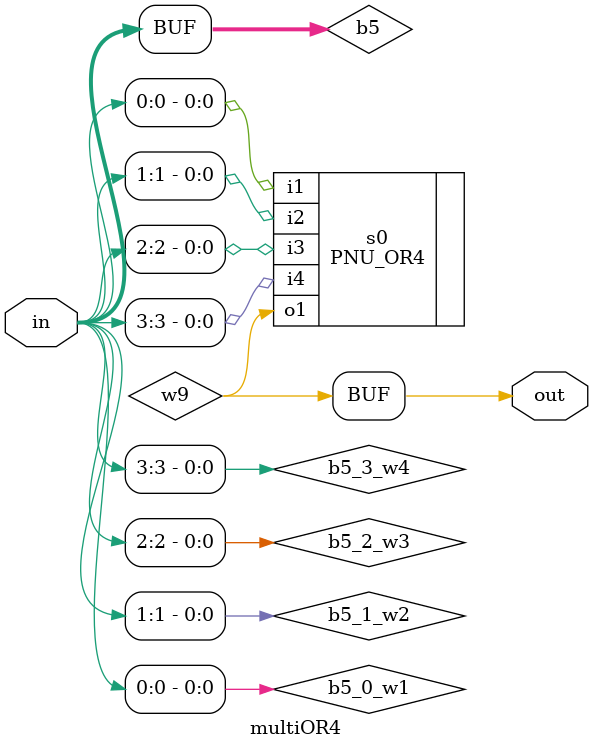
<source format=v>
module multiOR4(in,out);

input [3:0] in;
output out;

wire [3:0] b5;
wire  w9;
wire  b5_0_w1;
wire  b5_1_w2;
wire  b5_2_w3;
wire  b5_3_w4;

assign b5 = in;
assign out = w9;

assign b5_0_w1 = {b5[0]};
assign b5_1_w2 = {b5[1]};
assign b5_2_w3 = {b5[2]};
assign b5_3_w4 = {b5[3]};

PNU_OR4
     s0 (
      .i1(b5_0_w1),
      .i2(b5_1_w2),
      .i3(b5_2_w3),
      .i4(b5_3_w4),
      .o1(w9));

endmodule


</source>
